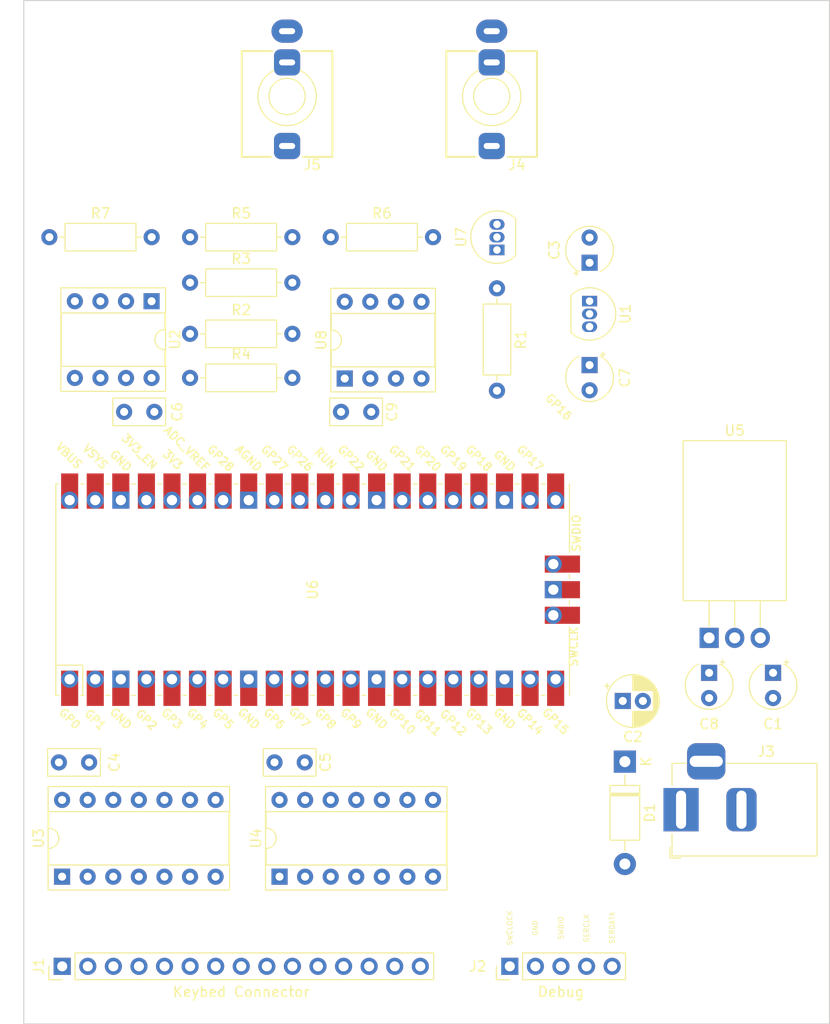
<source format=kicad_pcb>
(kicad_pcb (version 20211014) (generator pcbnew)
  (layers (0 "F.Cu" signal) (31 "B.Cu" signal) (34 "B.Paste" user) (35 "F.Paste" user) (36 "B.SilkS" user "B.Silkscreen") (37 "F.SilkS" user "F.Silkscreen") (38 "B.Mask" user) (39 "F.Mask" user) (44 "Edge.Cuts" user))
  (net 0 "")
  (net 1 "+12V")
  (net 2 "GND")
  (net 3 "+9V")
  (net 4 "+3V3")
  (net 5 "Net-(D1-Pad2)")
  (net 6 "MATRIX_C1")
  (net 7 "MATRIX_C2")
  (net 8 "MATRIX_C3")
  (net 9 "MATRIX_C4")
  (net 10 "MATRIX_C5")
  (net 11 "MATRIX_C6")
  (net 12 "MATRIX_C7")
  (net 13 "MATRIX_C8")
  (net 14 "MATRIX_C9")
  (net 15 "MATRIX_R6")
  (net 16 "MATRIX_R5")
  (net 17 "MATRIX_R4")
  (net 18 "MATRIX_R3")
  (net 19 "MATRIX_R2")
  (net 20 "MATRIX_R1")
  (net 21 "SWCLOCK")
  (net 22 "SWDIO")
  (net 23 "SERCLK")
  (net 24 "SERDATA")
  (net 26 "Net-(J4-PadT)")
  (net 28 "Net-(J5-PadT)")
  (net 30 "Net-(R1-Pad1)")
  (net 31 "Net-(R2-Pad1)")
  (net 32 "Net-(R3-Pad1)")
  (net 33 "Net-(R4-Pad2)")
  (net 34 "Net-(R5-Pad2)")
  (net 35 "Net-(U2-Pad3)")
  (net 36 "Net-(U2-Pad5)")
  (net 37 "Net-(U3-Pad1)")
  (net 38 "Net-(U3-Pad8)")
  (net 54 "Net-(U6-Pad24)")
  (net 56 "Net-(U6-Pad26)")
  (net 57 "Net-(U6-Pad27)")
  (footprint "Royal_Ohm_Resistors:R_Axial_DIN0207_L6.8mm_D2.5mm_P10.16mm_Horizontal" (layer "F.Cu") (at 119.905 71.755)
    (fp_text reference "R2" (at 5.08 -2.37) (layer "F.SilkS"))
    (fp_text value "10K")
    (pad "1" thru_hole circle (at 0 0) (size 1.6 1.6) (drill 0.8) (layers *.Cu *.Mask) (net 31 "Net-(R2-Pad1)"))
    (pad "2" thru_hole oval (at 10.16 0) (size 1.6 1.6) (drill 0.8) (layers *.Cu *.Mask) (net 2 "GND"))
  )
  (footprint "Diode_THT:D_DO-41_SOD81_P10.16mm_Horizontal" (layer "F.Cu") (at 163.085 114.227712 -90)
    (fp_text reference "D1" (at 5.08 -2.47 90) (layer "F.SilkS"))
    (fp_text value "1N5818")
    (fp_text user "K" (at 0 -2.1 90) (layer "F.SilkS"))
    (pad "1" thru_hole rect (at 0 0 270) (size 2.2 2.2) (drill 1.1) (layers *.Cu *.Mask) (net 1 "+12V"))
    (pad "2" thru_hole oval (at 10.16 0 270) (size 2.2 2.2) (drill 1.1) (layers *.Cu *.Mask) (net 5 "Net-(D1-Pad2)"))
  )
  (footprint "Royal_Ohm_Resistors:R_Axial_DIN0207_L6.8mm_D2.5mm_P10.16mm_Horizontal" (layer "F.Cu") (at 119.905 66.675)
    (fp_text reference "R3" (at 5.08 -2.37) (layer "F.SilkS"))
    (fp_text value "10K")
    (pad "1" thru_hole circle (at 0 0) (size 1.6 1.6) (drill 0.8) (layers *.Cu *.Mask) (net 32 "Net-(R3-Pad1)"))
    (pad "2" thru_hole oval (at 10.16 0) (size 1.6 1.6) (drill 0.8) (layers *.Cu *.Mask) (net 2 "GND"))
  )
  (footprint "AudioJacks:Jack_3.5mm_QingPu_WQP-PJ398SM_Vertical" (layer "F.Cu") (at 149.86 48.187712 180)
    (fp_text reference "J4" (at -2.5 -6.8) (layer "F.SilkS"))
    (fp_text value "CV_OUT")
    (pad "S" thru_hole oval locked (at 0 6.48 180) (size 3.1 2.3) (drill oval 1.6 0.6) (layers *.Cu *.Mask) (net 2 "GND"))
    (pad "T" thru_hole roundrect locked (at 0 -4.92 180) (size 2.6 2.6) (drill oval 1.6 0.6) (layers *.Cu *.Mask) (net 26 "Net-(J4-PadT)"))
    (pad "TN" thru_hole roundrect locked (at 0 3.38 180) (size 2.6 2.6) (drill oval 1.6 0.6) (layers *.Cu *.Mask))
  )
  (footprint "Capacitor_THT:CP_Radial_Tantal_D4.5mm_P2.50mm" (layer "F.Cu") (at 159.577952 74.857712 -90)
    (fp_text reference "C7" (at 1.25 -3.5 90) (layer "F.SilkS"))
    (fp_text value "10uF")
    (pad "1" thru_hole rect (at 0 0 270) (size 1.6 1.6) (drill 0.8) (layers *.Cu *.Mask) (net 1 "+12V"))
    (pad "2" thru_hole circle (at 2.5 0 270) (size 1.6 1.6) (drill 0.8) (layers *.Cu *.Mask) (net 2 "GND"))
  )
  (footprint "Royal_Ohm_Resistors:R_Axial_DIN0207_L6.8mm_D2.5mm_P10.16mm_Horizontal" (layer "F.Cu") (at 119.905 76.127712)
    (fp_text reference "R4" (at 5.08 -2.37) (layer "F.SilkS"))
    (fp_text value "10K")
    (pad "1" thru_hole circle (at 0 0) (size 1.6 1.6) (drill 0.8) (layers *.Cu *.Mask) (net 31 "Net-(R2-Pad1)"))
    (pad "2" thru_hole oval (at 10.16 0) (size 1.6 1.6) (drill 0.8) (layers *.Cu *.Mask) (net 33 "Net-(R4-Pad2)"))
  )
  (footprint "Royal_Ohm_Resistors:R_Axial_DIN0207_L6.8mm_D2.5mm_P10.16mm_Horizontal" (layer "F.Cu") (at 150.385 67.237712 -90)
    (fp_text reference "R1" (at 5.08 -2.37 90) (layer "F.SilkS"))
    (fp_text value "100")
    (pad "1" thru_hole circle (at 0 0 270) (size 1.6 1.6) (drill 0.8) (layers *.Cu *.Mask) (net 30 "Net-(R1-Pad1)"))
    (pad "2" thru_hole oval (at 10.16 0 270) (size 1.6 1.6) (drill 0.8) (layers *.Cu *.Mask) (net 4 "+3V3"))
  )
  (footprint "Connector_PinHeader_2.54mm:PinHeader_1x15_P2.54mm_Vertical" (layer "F.Cu") (at 107.21 134.547712 90)
    (fp_text reference "J1" (at 0 -2.33 90) (layer "F.SilkS"))
    (fp_text value "Keybed_Connector")
    (pad "1" thru_hole rect (at 0 0 90) (size 1.7 1.7) (drill 1) (layers *.Cu *.Mask) (net 6 "MATRIX_C1"))
    (pad "2" thru_hole oval (at 0 2.54 90) (size 1.7 1.7) (drill 1) (layers *.Cu *.Mask) (net 7 "MATRIX_C2"))
    (pad "3" thru_hole oval (at 0 5.08 90) (size 1.7 1.7) (drill 1) (layers *.Cu *.Mask) (net 8 "MATRIX_C3"))
    (pad "4" thru_hole oval (at 0 7.62 90) (size 1.7 1.7) (drill 1) (layers *.Cu *.Mask) (net 9 "MATRIX_C4"))
    (pad "5" thru_hole oval (at 0 10.16 90) (size 1.7 1.7) (drill 1) (layers *.Cu *.Mask) (net 10 "MATRIX_C5"))
    (pad "6" thru_hole oval (at 0 12.7 90) (size 1.7 1.7) (drill 1) (layers *.Cu *.Mask) (net 11 "MATRIX_C6"))
    (pad "7" thru_hole oval (at 0 15.24 90) (size 1.7 1.7) (drill 1) (layers *.Cu *.Mask) (net 12 "MATRIX_C7"))
    (pad "8" thru_hole oval (at 0 17.78 90) (size 1.7 1.7) (drill 1) (layers *.Cu *.Mask) (net 13 "MATRIX_C8"))
    (pad "9" thru_hole oval (at 0 20.32 90) (size 1.7 1.7) (drill 1) (layers *.Cu *.Mask) (net 14 "MATRIX_C9"))
    (pad "10" thru_hole oval (at 0 22.86 90) (size 1.7 1.7) (drill 1) (layers *.Cu *.Mask) (net 15 "MATRIX_R6"))
    (pad "11" thru_hole oval (at 0 25.4 90) (size 1.7 1.7) (drill 1) (layers *.Cu *.Mask) (net 16 "MATRIX_R5"))
    (pad "12" thru_hole oval (at 0 27.94 90) (size 1.7 1.7) (drill 1) (layers *.Cu *.Mask) (net 17 "MATRIX_R4"))
    (pad "13" thru_hole oval (at 0 30.48 90) (size 1.7 1.7) (drill 1) (layers *.Cu *.Mask) (net 18 "MATRIX_R3"))
    (pad "14" thru_hole oval (at 0 33.02 90) (size 1.7 1.7) (drill 1) (layers *.Cu *.Mask) (net 19 "MATRIX_R2"))
    (pad "15" thru_hole oval (at 0 35.56 90) (size 1.7 1.7) (drill 1) (layers *.Cu *.Mask) (net 20 "MATRIX_R1"))
  )
  (footprint "Package_DIP:DIP-14_W7.62mm_Socket" (layer "F.Cu") (at 107.2 125.647712 90)
    (fp_text reference "U3" (at 3.81 -2.33 90) (layer "F.SilkS"))
    (fp_text value "74HC164")
    (pad "1" thru_hole rect (at 0 0 90) (size 1.6 1.6) (drill 0.8) (layers *.Cu *.Mask) (net 37 "Net-(U3-Pad1)"))
    (pad "2" thru_hole oval (at 0 2.54 90) (size 1.6 1.6) (drill 0.8) (layers *.Cu *.Mask) (net 4 "+3V3"))
    (pad "3" thru_hole oval (at 0 5.08 90) (size 1.6 1.6) (drill 0.8) (layers *.Cu *.Mask) (net 6 "MATRIX_C1"))
    (pad "4" thru_hole oval (at 0 7.62 90) (size 1.6 1.6) (drill 0.8) (layers *.Cu *.Mask) (net 7 "MATRIX_C2"))
    (pad "5" thru_hole oval (at 0 10.16 90) (size 1.6 1.6) (drill 0.8) (layers *.Cu *.Mask) (net 8 "MATRIX_C3"))
    (pad "6" thru_hole oval (at 0 12.7 90) (size 1.6 1.6) (drill 0.8) (layers *.Cu *.Mask) (net 9 "MATRIX_C4"))
    (pad "7" thru_hole oval (at 0 15.24 90) (size 1.6 1.6) (drill 0.8) (layers *.Cu *.Mask) (net 2 "GND"))
    (pad "8" thru_hole oval (at 7.62 15.24 90) (size 1.6 1.6) (drill 0.8) (layers *.Cu *.Mask) (net 38 "Net-(U3-Pad8)"))
    (pad "9" thru_hole oval (at 7.62 12.7 90) (size 1.6 1.6) (drill 0.8) (layers *.Cu *.Mask) (net 4 "+3V3"))
    (pad "10" thru_hole oval (at 7.62 10.16 90) (size 1.6 1.6) (drill 0.8) (layers *.Cu *.Mask) (net 10 "MATRIX_C5"))
    (pad "11" thru_hole oval (at 7.62 7.62 90) (size 1.6 1.6) (drill 0.8) (layers *.Cu *.Mask) (net 11 "MATRIX_C6"))
    (pad "12" thru_hole oval (at 7.62 5.08 90) (size 1.6 1.6) (drill 0.8) (layers *.Cu *.Mask) (net 12 "MATRIX_C7"))
    (pad "13" thru_hole oval (at 7.62 2.54 90) (size 1.6 1.6) (drill 0.8) (layers *.Cu *.Mask) (net 13 "MATRIX_C8"))
    (pad "14" thru_hole oval (at 7.62 0 90) (size 1.6 1.6) (drill 0.8) (layers *.Cu *.Mask) (net 4 "+3V3"))
  )
  (footprint "Capacitor_THT:CP_Radial_Tantal_D4.5mm_P2.50mm" (layer "F.Cu") (at 177.8 105.41 -90)
    (fp_text reference "C1" (at 5.08 0) (layer "F.SilkS"))
    (fp_text value "0.33uF")
    (pad "1" thru_hole rect (at 0 0 270) (size 1.6 1.6) (drill 0.8) (layers *.Cu *.Mask) (net 1 "+12V"))
    (pad "2" thru_hole circle (at 2.5 0 270) (size 1.6 1.6) (drill 0.8) (layers *.Cu *.Mask) (net 2 "GND"))
  )
  (footprint "Royal_Ohm_Resistors:R_Axial_DIN0207_L6.8mm_D2.5mm_P10.16mm_Horizontal" (layer "F.Cu") (at 119.905 62.157712)
    (fp_text reference "R5" (at 5.08 -2.37) (layer "F.SilkS"))
    (fp_text value "22K")
    (pad "1" thru_hole circle (at 0 0) (size 1.6 1.6) (drill 0.8) (layers *.Cu *.Mask) (net 32 "Net-(R3-Pad1)"))
    (pad "2" thru_hole oval (at 10.16 0) (size 1.6 1.6) (drill 0.8) (layers *.Cu *.Mask) (net 34 "Net-(R5-Pad2)"))
  )
  (footprint "AEC_Capacitors:C_Disc_D5.0mm_W2.5mm_P3.0mm" (layer "F.Cu") (at 137.8712 79.502 180)
    (fp_text reference "C9" (at -2.0828 0 270) (layer "F.SilkS"))
    (fp_text value "0.1uF")
    (pad "1" thru_hole circle (at -0.0268 0 180) (size 1.6 1.6) (drill 0.8) (layers *.Cu *.Mask) (net 2 "GND"))
    (pad "2" thru_hole circle (at 2.9732 0 180) (size 1.6 1.6) (drill 0.8) (layers *.Cu *.Mask) (net 4 "+3V3"))
  )
  (footprint "MCU_RaspberryPi_and_Boards:RPi_Pico_SMD_TH" (layer "F.Cu") (at 132.08 97.155 90)
    (fp_text reference "U6" (at 0 0 90) (layer "F.SilkS"))
    (fp_text value "Pico")
    (fp_text user "GP28" (at 13.054 -9.144 135) (layer "F.SilkS") (effects (font (size 0.8 0.8))))
    (fp_text user "GP11" (at -13.2 11.43 135) (layer "F.SilkS") (effects (font (size 0.8 0.8))))
    (fp_text user "GND" (at 12.8 6.35 135) (layer "F.SilkS") (effects (font (size 0.8 0.8))))
    (fp_text user "GP13" (at -13.054 16.51 135) (layer "F.SilkS") (effects (font (size 0.8 0.8))))
    (fp_text user "VSYS" (at 13.2 -21.59 135) (layer "F.SilkS") (effects (font (size 0.8 0.8))))
    (fp_text user "ADC_VREF" (at 14 -12.5 135) (layer "F.SilkS") (effects (font (size 0.8 0.8))))
    (fp_text user "GP17" (at 13.054 21.59 135) (layer "F.SilkS") (effects (font (size 0.8 0.8))))
    (fp_text user "GP26" (at 13.054 -1.27 135) (layer "F.SilkS") (effects (font (size 0.8 0.8))))
    (fp_text user "GP9" (at -12.8 3.81 135) (layer "F.SilkS") (effects (font (size 0.8 0.8))))
    (fp_text user "3V3_EN" (at 13.7 -17.2 135) (layer "F.SilkS") (effects (font (size 0.8 0.8))))
    (fp_text user "GP21" (at 13.054 8.9 135) (layer "F.SilkS") (effects (font (size 0.8 0.8))))
    (fp_text user "GP7" (at -12.7 -1.3 135) (layer "F.SilkS") (effects (font (size 0.8 0.8))))
    (fp_text user "GP2" (at -12.9 -16.51 135) (layer "F.SilkS") (effects (font (size 0.8 0.8))))
    (fp_text user "GP15" (at -13.054 24.13 135) (layer "F.SilkS") (effects (font (size 0.8 0.8))))
    (fp_text user "GP22" (at 13.054 3.81 135) (layer "F.SilkS") (effects (font (size 0.8 0.8))))
    (fp_text user "SWDIO" (at 5.6 26.2 90) (layer "F.SilkS") (effects (font (size 0.8 0.8))))
    (fp_text user "GND" (at 12.8 -19.05 135) (layer "F.SilkS") (effects (font (size 0.8 0.8))))
    (fp_text user "SWCLK" (at -5.642712 25.925 90) (layer "F.SilkS") (effects (font (size 0.8 0.8))))
    (fp_text user "GND" (at 12.8 19.05 135) (layer "F.SilkS") (effects (font (size 0.8 0.8))))
    (fp_text user "GP20" (at 13.054 11.43 135) (layer "F.SilkS") (effects (font (size 0.8 0.8))))
    (fp_text user "GP5" (at -12.8 -8.89 135) (layer "F.SilkS") (effects (font (size 0.8 0.8))))
    (fp_text user "GP0" (at -12.8 -24.13 135) (layer "F.SilkS") (effects (font (size 0.8 0.8))))
    (fp_text user "GP14" (at -13.1 21.59 135) (layer "F.SilkS") (effects (font (size 0.8 0.8))))
    (fp_text user "GND" (at -12.8 6.35 135) (layer "F.SilkS") (effects (font (size 0.8 0.8))))
    (fp_text user "GND" (at -12.8 -19.05 135) (layer "F.SilkS") (effects (font (size 0.8 0.8))))
    (fp_text user "GND" (at -12.8 19.05 135) (layer "F.SilkS") (effects (font (size 0.8 0.8))))
    (fp_text user "GP8" (at -12.8 1.27 135) (layer "F.SilkS") (effects (font (size 0.8 0.8))))
    (fp_text user "GP3" (at -12.8 -13.97 135) (layer "F.SilkS") (effects (font (size 0.8 0.8))))
    (fp_text user "GP10" (at -13.054 8.89 135) (layer "F.SilkS") (effects (font (size 0.8 0.8))))
    (fp_text user "3V3" (at 12.9 -13.9 135) (layer "F.SilkS") (effects (font (size 0.8 0.8))))
    (fp_text user "GP18" (at 13.054 16.51 135) (layer "F.SilkS") (effects (font (size 0.8 0.8))))
    (fp_text user "GP16" (at 18.134 24.432952 135) (layer "F.SilkS") (effects (font (size 0.8 0.8))))
    (fp_text user "GP12" (at -13.2 13.97 135) (layer "F.SilkS") (effects (font (size 0.8 0.8))))
    (fp_text user "GP1" (at -12.9 -21.6 135) (layer "F.SilkS") (effects (font (size 0.8 0.8))))
    (fp_text user "GND" (at -12.8 -6.35 135) (layer "F.SilkS") (effects (font (size 0.8 0.8))))
    (fp_text user "GP19" (at 13.054 13.97 135) (layer "F.SilkS") (effects (font (size 0.8 0.8))))
    (fp_text user "GP4" (at -12.8 -11.43 135) (layer "F.SilkS") (effects (font (size 0.8 0.8))))
    (fp_text user "GP27" (at 13.054 -3.8 135) (layer "F.SilkS") (effects (font (size 0.8 0.8))))
    (fp_text user "AGND" (at 13.054 -6.35 135) (layer "F.SilkS") (effects (font (size 0.8 0.8))))
    (fp_text user "GP6" (at -12.8 -3.81 135) (layer "F.SilkS") (effects (font (size 0.8 0.8))))
    (fp_text user "VBUS" (at 13.3 -24.2 135) (layer "F.SilkS") (effects (font (size 0.8 0.8))))
    (fp_text user "RUN" (at 13 1.27 135) (layer "F.SilkS") (effects (font (size 0.8 0.8))))
    (pad "" np_thru_hole oval (at -2.725 -24 90) (size 1.8 1.8) (drill 1.8) (layers *.Cu *.Mask))
    (pad "" np_thru_hole oval (at 2.725 -24 90) (size 1.8 1.8) (drill 1.8) (layers *.Cu *.Mask))
    (pad "" np_thru_hole oval (at -2.425 -20.97 90) (size 1.5 1.5) (drill 1.5) (layers *.Cu *.Mask))
    (pad "" np_thru_hole oval (at 2.425 -20.97 90) (size 1.5 1.5) (drill 1.5) (layers *.Cu *.Mask))
    (pad "1" smd rect (at -8.89 -24.13 90) (size 3.5 1.7) (drill (offset -0.9 0)) (layers "F.Cu" "F.Mask") (net 24 "SERDATA"))
    (pad "1" thru_hole oval (at -8.89 -24.13 90) (size 1.7 1.7) (drill 1.02) (layers *.Cu *.Mask) (net 24 "SERDATA"))
    (pad "2" smd rect (at -8.89 -21.59 90) (size 3.5 1.7) (drill (offset -0.9 0)) (layers "F.Cu" "F.Mask") (net 23 "SERCLK"))
    (pad "2" thru_hole oval (at -8.89 -21.59 90) (size 1.7 1.7) (drill 1.02) (layers *.Cu *.Mask) (net 23 "SERCLK"))
    (pad "3" smd rect (at -8.89 -19.05 90) (size 3.5 1.7) (drill (offset -0.9 0)) (layers "F.Cu" "F.Mask") (net 2 "GND"))
    (pad "3" thru_hole rect (at -8.89 -19.05 90) (size 1.7 1.7) (drill 1.02) (layers *.Cu *.Mask) (net 2 "GND"))
    (pad "4" thru_hole oval (at -8.89 -16.51 90) (size 1.7 1.7) (drill 1.02) (layers *.Cu *.Mask))
    (pad "4" smd rect (at -8.89 -16.51 90) (size 3.5 1.7) (drill (offset -0.9 0)) (layers "F.Cu" "F.Mask"))
    (pad "5" thru_hole oval (at -8.89 -13.97 90) (size 1.7 1.7) (drill 1.02) (layers *.Cu *.Mask))
    (pad "5" smd rect (at -8.89 -13.97 90) (size 3.5 1.7) (drill (offset -0.9 0)) (layers "F.Cu" "F.Mask"))
    (pad "6" thru_hole oval (at -8.89 -11.43 90) (size 1.7 1.7) (drill 1.02) (layers *.Cu *.Mask))
    (pad "6" smd rect (at -8.89 -11.43 90) (size 3.5 1.7) (drill (offset -0.9 0)) (layers "F.Cu" "F.Mask"))
    (pad "7" thru_hole oval (at -8.89 -8.89 90) (size 1.7 1.7) (drill 1.02) (layers *.Cu *.Mask))
    (pad "7" smd rect (at -8.89 -8.89 90) (size 3.5 1.7) (drill (offset -0.9 0)) (layers "F.Cu" "F.Mask"))
    (pad "8" thru_hole rect (at -8.89 -6.35 90) (size 1.7 1.7) (drill 1.02) (layers *.Cu *.Mask) (net 2 "GND"))
    (pad "8" smd rect (at -8.89 -6.35 90) (size 3.5 1.7) (drill (offset -0.9 0)) (layers "F.Cu" "F.Mask") (net 2 "GND"))
    (pad "9" thru_hole oval (at -8.89 -3.81 90) (size 1.7 1.7) (drill 1.02) (layers *.Cu *.Mask) (net 38 "Net-(U3-Pad8)"))
    (pad "9" smd rect (at -8.89 -3.81 90) (size 3.5 1.7) (drill (offset -0.9 0)) (layers "F.Cu" "F.Mask") (net 38 "Net-(U3-Pad8)"))
    (pad "10" smd rect (at -8.89 -1.27 90) (size 3.5 1.7) (drill (offset -0.9 0)) (layers "F.Cu" "F.Mask") (net 37 "Net-(U3-Pad1)"))
    (pad "10" thru_hole oval (at -8.89 -1.27 90) (size 1.7 1.7) (drill 1.02) (layers *.Cu *.Mask) (net 37 "Net-(U3-Pad1)"))
    (pad "11" smd rect (at -8.89 1.27 90) (size 3.5 1.7) (drill (offset -0.9 0)) (layers "F.Cu" "F.Mask"))
    (pad "11" thru_hole oval (at -8.89 1.27 90) (size 1.7 1.7) (drill 1.02) (layers *.Cu *.Mask))
    (pad "12" thru_hole oval (at -8.89 3.81 90) (size 1.7 1.7) (drill 1.02) (layers *.Cu *.Mask))
    (pad "12" smd rect (at -8.89 3.81 90) (size 3.5 1.7) (drill (offset -0.9 0)) (layers "F.Cu" "F.Mask"))
    (pad "13" smd rect (at -8.89 6.35 90) (size 3.5 1.7) (drill (offset -0.9 0)) (layers "F.Cu" "F.Mask") (net 2 "GND"))
    (pad "13" thru_hole rect (at -8.89 6.35 90) (size 1.7 1.7) (drill 1.02) (layers *.Cu *.Mask) (net 2 "GND"))
    (pad "14" smd rect (at -8.89 8.89 90) (size 3.5 1.7) (drill (offset -0.9 0)) (layers "F.Cu" "F.Mask") (net 15 "MATRIX_R6"))
    (pad "14" thru_hole oval (at -8.89 8.89 90) (size 1.7 1.7) (drill 1.02) (layers *.Cu *.Mask) (net 15 "MATRIX_R6"))
    (pad "15" smd rect (at -8.89 11.43 90) (size 3.5 1.7) (drill (offset -0.9 0)) (layers "F.Cu" "F.Mask") (net 16 "MATRIX_R5"))
    (pad "15" thru_hole oval (at -8.89 11.43 90) (size 1.7 1.7) (drill 1.02) (layers *.Cu *.Mask) (net 16 "MATRIX_R5"))
    (pad "16" smd rect (at -8.89 13.97 90) (size 3.5 1.7) (drill (offset -0.9 0)) (layers "F.Cu" "F.Mask") (net 17 "MATRIX_R4"))
    (pad "16" thru_hole oval (at -8.89 13.97 90) (size 1.7 1.7) (drill 1.02) (layers *.Cu *.Mask) (net 17 "MATRIX_R4"))
    (pad "17" thru_hole oval (at -8.89 16.51 90) (size 1.7 1.7) (drill 1.02) (layers *.Cu *.Mask) (net 18 "MATRIX_R3"))
    (pad "17" smd rect (at -8.89 16.51 90) (size 3.5 1.7) (drill (offset -0.9 0)) (layers "F.Cu" "F.Mask") (net 18 "MATRIX_R3"))
    (pad "18" smd rect (at -8.89 19.05 90) (size 3.5 1.7) (drill (offset -0.9 0)) (layers "F.Cu" "F.Mask") (net 2 "GND"))
    (pad "18" thru_hole rect (at -8.89 19.05 90) (size 1.7 1.7) (drill 1.02) (layers *.Cu *.Mask) (net 2 "GND"))
    (pad "19" thru_hole oval (at -8.89 21.59 90) (size 1.7 1.7) (drill 1.02) (layers *.Cu *.Mask) (net 19 "MATRIX_R2"))
    (pad "19" smd rect (at -8.89 21.59 90) (size 3.5 1.7) (drill (offset -0.9 0)) (layers "F.Cu" "F.Mask") (net 19 "MATRIX_R2"))
    (pad "20" smd rect (at -8.89 24.13 90) (size 3.5 1.7) (drill (offset -0.9 0)) (layers "F.Cu" "F.Mask") (net 20 "MATRIX_R1"))
    (pad "20" thru_hole oval (at -8.89 24.13 90) (size 1.7 1.7) (drill 1.02) (layers *.Cu *.Mask) (net 20 "MATRIX_R1"))
    (pad "21" thru_hole oval (at 8.89 24.13 90) (size 1.7 1.7) (drill 1.02) (layers *.Cu *.Mask))
    (pad "21" smd rect (at 8.89 24.13 90) (size 3.5 1.7) (drill (offset 0.9 0)) (layers "F.Cu" "F.Mask"))
    (pad "22" thru_hole oval (at 8.89 21.59 90) (size 1.7 1.7) (drill 1.02) (layers *.Cu *.Mask))
    (pad "22" smd rect (at 8.89 21.59 90) (size 3.5 1.7) (drill (offset 0.9 0)) (layers "F.Cu" "F.Mask"))
    (pad "23" thru_hole rect (at 8.89 19.05 90) (size 1.7 1.7) (drill 1.02) (layers *.Cu *.Mask) (net 2 "GND"))
    (pad "23" smd rect (at 8.89 19.05 90) (size 3.5 1.7) (drill (offset 0.9 0)) (layers "F.Cu" "F.Mask") (net 2 "GND"))
    (pad "24" smd rect (at 8.89 16.51 90) (size 3.5 1.7) (drill (offset 0.9 0)) (layers "F.Cu" "F.Mask") (net 54 "Net-(U6-Pad24)"))
    (pad "24" thru_hole oval (at 8.89 16.51 90) (size 1.7 1.7) (drill 1.02) (layers *.Cu *.Mask) (net 54 "Net-(U6-Pad24)"))
    (pad "25" smd rect (at 8.89 13.97 90) (size 3.5 1.7) (drill (offset 0.9 0)) (layers "F.Cu" "F.Mask"))
    (pad "25" thru_hole oval (at 8.89 13.97 90) (size 1.7 1.7) (drill 1.02) (layers *.Cu *.Mask))
    (pad "26" thru_hole oval (at 8.89 11.43 90) (size 1.7 1.7) (drill 1.02) (layers *.Cu *.Mask) (net 56 "Net-(U6-Pad26)"))
    (pad "26" smd rect (at 8.89 11.43 90) (size 3.5 1.7) (drill (offset 0.9 0)) (layers "F.Cu" "F.Mask") (net 56 "Net-(U6-Pad26)"))
    (pad "27" smd rect (at 8.89 8.89 90) (size 3.5 1.7) (drill (offset 0.9 0)) (layers "F.Cu" "F.Mask") (net 57 "Net-(U6-Pad27)"))
    (pad "27" thru_hole oval (at 8.89 8.89 90) (size 1.7 1.7) (drill 1.02) (layers *.Cu *.Mask) (net 57 "Net-(U6-Pad27)"))
    (pad "28" smd rect (at 8.89 6.35 90) (size 3.5 1.7) (drill (offset 0.9 0)) (layers "F.Cu" "F.Mask") (net 2 "GND"))
    (pad "28" thru_hole rect (at 8.89 6.35 90) (size 1.7 1.7) (drill 1.02) (layers *.Cu *.Mask) (net 2 "GND"))
    (pad "29" smd rect (at 8.89 3.81 90) (size 3.5 1.7) (drill (offset 0.9 0)) (layers "F.Cu" "F.Mask"))
    (pad "29" thru_hole oval (at 8.89 3.81 90) (size 1.7 1.7) (drill 1.02) (layers *.Cu *.Mask))
    (pad "30" smd rect (at 8.89 1.27 90) (size 3.5 1.7) (drill (offset 0.9 0)) (layers "F.Cu" "F.Mask"))
    (pad "30" thru_hole oval (at 8.89 1.27 90) (size 1.7 1.7) (drill 1.02) (layers *.Cu *.Mask))
    (pad "31" smd rect (at 8.89 -1.27 90) (size 3.5 1.7) (drill (offset 0.9 0)) (layers "F.Cu" "F.Mask"))
    (pad "31" thru_hole oval (at 8.89 -1.27 90) (size 1.7 1.7) (drill 1.02) (layers *.Cu *.Mask))
    (pad "32" thru_hole oval (at 8.89 -3.81 90) (size 1.7 1.7) (drill 1.02) (layers *.Cu *.Mask))
    (pad "32" smd rect (at 8.89 -3.81 90) (size 3.5 1.7) (drill (offset 0.9 0)) (layers "F.Cu" "F.Mask"))
    (pad "33" thru_hole rect (at 8.89 -6.35 90) (size 1.7 1.7) (drill 1.02) (layers *.Cu *.Mask) (net 2 "GND"))
    (pad "33" smd rect (at 8.89 -6.35 90) (size 3.5 1.7) (drill (offset 0.9 0)) (layers "F.Cu" "F.Mask") (net 2 "GND"))
    (pad "34" thru_hole oval (at 8.89 -8.89 90) (size 1.7 1.7) (drill 1.02) (layers *.Cu *.Mask) (net 36 "Net-(U2-Pad5)"))
    (pad "34" smd rect (at 8.89 -8.89 90) (size 3.5 1.7) (drill (offset 0.9 0)) (layers "F.Cu" "F.Mask") (net 36 "Net-(U2-Pad5)"))
    (pad "35" smd rect (at 8.89 -11.43 90) (size 3.5 1.7) (drill (offset 0.9 0)) (layers "F.Cu" "F.Mask"))
    (pad "35" thru_hole oval (at 8.89 -11.43 90) (size 1.7 1.7) (drill 1.02) (layers *.Cu *.Mask))
    (pad "36" thru_hole oval (at 8.89 -13.97 90) (size 1.7 1.7) (drill 1.02) (layers *.Cu *.Mask))
    (pad "36" smd rect (at 8.89 -13.97 90) (size 3.5 1.7) (drill (offset 0.9 0)) (layers "F.Cu" "F.Mask"))
    (pad "37" smd rect (at 8.89 -16.51 90) (size 3.5 1.7) (drill (offset 0.9 0)) (layers "F.Cu" "F.Mask"))
    (pad "37" thru_hole oval (at 8.89 -16.51 90) (size 1.7 1.7) (drill 1.02) (layers *.Cu *.Mask))
    (pad "38" thru_hole rect (at 8.89 -19.05 90) (size 1.7 1.7) (drill 1.02) (layers *.Cu *.Mask) (net 2 "GND"))
    (pad "38" smd rect (at 8.89 -19.05 90) (size 3.5 1.7) (drill (offset 0.9 0)) (layers "F.Cu" "F.Mask") (net 2 "GND"))
    (pad "39" thru_hole oval (at 8.89 -21.59 90) (size 1.7 1.7) (drill 1.02) (layers *.Cu *.Mask) (net 4 "+3V3"))
    (pad "39" smd rect (at 8.89 -21.59 90) (size 3.5 1.7) (drill (offset 0.9 0)) (layers "F.Cu" "F.Mask") (net 4 "+3V3"))
    (pad "40" thru_hole oval (at 8.89 -24.13 90) (size 1.7 1.7) (drill 1.02) (layers *.Cu *.Mask))
    (pad "40" smd rect (at 8.89 -24.13 90) (size 3.5 1.7) (drill (offset 0.9 0)) (layers "F.Cu" "F.Mask"))
    (pad "41" thru_hole oval (at -2.54 23.9 90) (size 1.7 1.7) (drill 1.02) (layers *.Cu *.Mask) (net 21 "SWCLOCK"))
    (pad "41" smd rect (at -2.54 23.9 180) (size 3.5 1.7) (drill (offset -0.9 0)) (layers "F.Cu" "F.Mask") (net 21 "SWCLOCK"))
    (pad "42" thru_hole rect (at 0 23.9 90) (size 1.7 1.7) (drill 1.02) (layers *.Cu *.Mask) (net 2 "GND"))
    (pad "42" smd rect (at 0 23.9 180) (size 3.5 1.7) (drill (offset -0.9 0)) (layers "F.Cu" "F.Mask") (net 2 "GND"))
    (pad "43" smd rect (at 2.54 23.9 180) (size 3.5 1.7) (drill (offset -0.9 0)) (layers "F.Cu" "F.Mask") (net 22 "SWDIO"))
    (pad "43" thru_hole oval (at 2.54 23.9 90) (size 1.7 1.7) (drill 1.02) (layers *.Cu *.Mask) (net 22 "SWDIO"))
  )
  (footprint "AEC_Capacitors:C_Disc_D5.0mm_W2.5mm_P3.0mm" (layer "F.Cu") (at 109.855 114.3 180)
    (fp_text reference "C4" (at -2.54 0 270) (layer "F.SilkS"))
    (fp_text value "0.1uF")
    (pad "1" thru_hole circle (at -0.0268 0 180) (size 1.6 1.6) (drill 0.8) (layers *.Cu *.Mask) (net 2 "GND"))
    (pad "2" thru_hole circle (at 2.9732 0 180) (size 1.6 1.6) (drill 0.8) (layers *.Cu *.Mask) (net 4 "+3V3"))
  )
  (footprint "Package_DIP:DIP-8_W7.62mm_Socket" (layer "F.Cu") (at 135.265 76.19 90)
    (fp_text reference "U8" (at 3.81 -2.33 90) (layer "F.SilkS"))
    (fp_text value "MCP4921")
    (pad "1" thru_hole rect (at 0 0 90) (size 1.6 1.6) (drill 0.8) (layers *.Cu *.Mask) (net 4 "+3V3"))
    (pad "2" thru_hole oval (at 0 2.54 90) (size 1.6 1.6) (drill 0.8) (layers *.Cu *.Mask) (net 54 "Net-(U6-Pad24)"))
    (pad "3" thru_hole oval (at 0 5.08 90) (size 1.6 1.6) (drill 0.8) (layers *.Cu *.Mask) (net 57 "Net-(U6-Pad27)"))
    (pad "4" thru_hole oval (at 0 7.62 90) (size 1.6 1.6) (drill 0.8) (layers *.Cu *.Mask) (net 56 "Net-(U6-Pad26)"))
    (pad "5" thru_hole oval (at 7.62 7.62 90) (size 1.6 1.6) (drill 0.8) (layers *.Cu *.Mask) (net 2 "GND"))
    (pad "6" thru_hole oval (at 7.62 5.08 90) (size 1.6 1.6) (drill 0.8) (layers *.Cu *.Mask) (net 30 "Net-(R1-Pad1)"))
    (pad "7" thru_hole oval (at 7.62 2.54 90) (size 1.6 1.6) (drill 0.8) (layers *.Cu *.Mask) (net 2 "GND"))
    (pad "8" thru_hole oval (at 7.62 0 90) (size 1.6 1.6) (drill 0.8) (layers *.Cu *.Mask) (net 35 "Net-(U2-Pad3)"))
  )
  (footprint "AEC_Capacitors:C_Disc_D5.0mm_W2.5mm_P3.0mm" (layer "F.Cu") (at 128.3208 114.3)
    (fp_text reference "C5" (at 5.0292 0 90) (layer "F.SilkS"))
    (fp_text value "0.1uF")
    (pad "1" thru_hole circle (at -0.0268 0) (size 1.6 1.6) (drill 0.8) (layers *.Cu *.Mask) (net 2 "GND"))
    (pad "2" thru_hole circle (at 2.9732 0) (size 1.6 1.6) (drill 0.8) (layers *.Cu *.Mask) (net 4 "+3V3"))
  )
  (footprint "Package_DIP:DIP-8_W7.62mm_Socket" (layer "F.Cu") (at 116.085 68.517712 -90)
    (fp_text reference "U2" (at 3.81 -2.33 90) (layer "F.SilkS"))
    (fp_text value "LM358")
    (pad "1" thru_hole rect (at 0 0 270) (size 1.6 1.6) (drill 0.8) (layers *.Cu *.Mask) (net 34 "Net-(R5-Pad2)"))
    (pad "2" thru_hole oval (at 0 2.54 270) (size 1.6 1.6) (drill 0.8) (layers *.Cu *.Mask) (net 32 "Net-(R3-Pad1)"))
    (pad "3" thru_hole oval (at 0 5.08 270) (size 1.6 1.6) (drill 0.8) (layers *.Cu *.Mask) (net 35 "Net-(U2-Pad3)"))
    (pad "4" thru_hole oval (at 0 7.62 270) (size 1.6 1.6) (drill 0.8) (layers *.Cu *.Mask) (net 2 "GND"))
    (pad "5" thru_hole oval (at 7.62 7.62 270) (size 1.6 1.6) (drill 0.8) (layers *.Cu *.Mask) (net 36 "Net-(U2-Pad5)"))
    (pad "6" thru_hole oval (at 7.62 5.08 270) (size 1.6 1.6) (drill 0.8) (layers *.Cu *.Mask) (net 31 "Net-(R2-Pad1)"))
    (pad "7" thru_hole oval (at 7.62 2.54 270) (size 1.6 1.6) (drill 0.8) (layers *.Cu *.Mask) (net 33 "Net-(R4-Pad2)"))
    (pad "8" thru_hole oval (at 7.62 0 270) (size 1.6 1.6) (drill 0.8) (layers *.Cu *.Mask) (net 3 "+9V"))
  )
  (footprint "Capacitor_THT:CP_Radial_Tantal_D4.5mm_P2.50mm" (layer "F.Cu") (at 171.45 105.41 -90)
    (fp_text reference "C8" (at 5.08 0) (layer "F.SilkS"))
    (fp_text value "100uF")
    (pad "1" thru_hole rect (at 0 0 270) (size 1.6 1.6) (drill 0.8) (layers *.Cu *.Mask) (net 4 "+3V3"))
    (pad "2" thru_hole circle (at 2.5 0 270) (size 1.6 1.6) (drill 0.8) (layers *.Cu *.Mask) (net 2 "GND"))
  )
  (footprint "Connector_PinHeader_2.54mm:PinHeader_1x05_P2.54mm_Vertical" (layer "F.Cu") (at 151.66 134.547712 90)
    (fp_text reference "J2" (at 0 -3.18) (layer "F.SilkS"))
    (fp_text value "Debug_Pins")
    (pad "1" thru_hole rect (at 0 0 90) (size 1.7 1.7) (drill 1) (layers *.Cu *.Mask) (net 21 "SWCLOCK"))
    (pad "2" thru_hole oval (at 0 2.54 90) (size 1.7 1.7) (drill 1) (layers *.Cu *.Mask) (net 2 "GND"))
    (pad "3" thru_hole oval (at 0 5.08 90) (size 1.7 1.7) (drill 1) (layers *.Cu *.Mask) (net 22 "SWDIO"))
    (pad "4" thru_hole oval (at 0 7.62 90) (size 1.7 1.7) (drill 1) (layers *.Cu *.Mask) (net 23 "SERCLK"))
    (pad "5" thru_hole oval (at 0 10.16 90) (size 1.7 1.7) (drill 1) (layers *.Cu *.Mask) (net 24 "SERDATA"))
  )
  (footprint "Royal_Ohm_Resistors:R_Axial_DIN0207_L6.8mm_D2.5mm_P10.16mm_Horizontal" (layer "F.Cu") (at 133.875 62.157712)
    (fp_text reference "R6" (at 5.08 -2.37) (layer "F.SilkS"))
    (fp_text value "1K")
    (pad "1" thru_hole circle (at 0 0) (size 1.6 1.6) (drill 0.8) (layers *.Cu *.Mask) (net 34 "Net-(R5-Pad2)"))
    (pad "2" thru_hole oval (at 10.16 0) (size 1.6 1.6) (drill 0.8) (layers *.Cu *.Mask) (net 26 "Net-(J4-PadT)"))
  )
  (footprint "Package_TO_SOT_THT:TO-92_Inline" (layer "F.Cu") (at 150.385 63.427712 90)
    (fp_text reference "U7" (at 1.27 -3.56 90) (layer "F.SilkS"))
    (fp_text value "TL431LP")
    (pad "1" thru_hole rect (at 0 0 90) (size 1.05 1.5) (drill 0.75) (layers *.Cu *.Mask) (net 30 "Net-(R1-Pad1)"))
    (pad "2" thru_hole oval (at 1.27 0 90) (size 1.05 1.5) (drill 0.75) (layers *.Cu *.Mask) (net 2 "GND"))
    (pad "3" thru_hole oval (at 2.54 0 90) (size 1.05 1.5) (drill 0.75) (layers *.Cu *.Mask) (net 30 "Net-(R1-Pad1)"))
  )
  (footprint "Package_TO_SOT_THT:TO-220-3_Horizontal_TabDown" (layer "F.Cu") (at 171.45 101.94)
    (fp_text reference "U5" (at 2.54 -20.58) (layer "F.SilkS"))
    (fp_text value "LM1117-3.3")
    (pad "" np_thru_hole oval (at 2.54 -16.66) (size 3.5 3.5) (drill 3.5) (layers *.Cu *.Mask))
    (pad "1" thru_hole rect (at 0 0) (size 1.905 2) (drill 1.1) (layers *.Cu *.Mask) (net 2 "GND"))
    (pad "2" thru_hole oval (at 2.54 0) (size 1.905 2) (drill 1.1) (layers *.Cu *.Mask) (net 4 "+3V3"))
    (pad "3" thru_hole oval (at 5.08 0) (size 1.905 2) (drill 1.1) (layers *.Cu *.Mask) (net 1 "+12V"))
  )
  (footprint "Capacitor_THT:CP_Radial_D5.0mm_P2.00mm" (layer "F.Cu") (at 162.874888 108.204)
    (fp_text reference "C2" (at 1.016 3.556) (layer "F.SilkS"))
    (fp_text value "47uF")
    (pad "1" thru_hole rect (at 0 0) (size 1.6 1.6) (drill 0.8) (layers *.Cu *.Mask) (net 1 "+12V"))
    (pad "2" thru_hole circle (at 2 0) (size 1.6 1.6) (drill 0.8) (layers *.Cu *.Mask) (net 2 "GND"))
  )
  (footprint "Package_DIP:DIP-14_W7.62mm_Socket" (layer "F.Cu") (at 128.79 125.647712 90)
    (fp_text reference "U4" (at 3.81 -2.33 90) (layer "F.SilkS"))
    (fp_text value "74HC164")
    (pad "1" thru_hole rect (at 0 0 90) (size 1.6 1.6) (drill 0.8) (layers *.Cu *.Mask) (net 13 "MATRIX_C8"))
    (pad "2" thru_hole oval (at 0 2.54 90) (size 1.6 1.6) (drill 0.8) (layers *.Cu *.Mask) (net 4 "+3V3"))
    (pad "3" thru_hole oval (at 0 5.08 90) (size 1.6 1.6) (drill 0.8) (layers *.Cu *.Mask) (net 14 "MATRIX_C9"))
    (pad "4" thru_hole oval (at 0 7.62 90) (size 1.6 1.6) (drill 0.8) (layers *.Cu *.Mask))
    (pad "5" thru_hole oval (at 0 10.16 90) (size 1.6 1.6) (drill 0.8) (layers *.Cu *.Mask))
    (pad "6" thru_hole oval (at 0 12.7 90) (size 1.6 1.6) (drill 0.8) (layers *.Cu *.Mask))
    (pad "7" thru_hole oval (at 0 15.24 90) (size 1.6 1.6) (drill 0.8) (layers *.Cu *.Mask) (net 2 "GND"))
    (pad "8" thru_hole oval (at 7.62 15.24 90) (size 1.6 1.6) (drill 0.8) (layers *.Cu *.Mask) (net 38 "Net-(U3-Pad8)"))
    (pad "9" thru_hole oval (at 7.62 12.7 90) (size 1.6 1.6) (drill 0.8) (layers *.Cu *.Mask) (net 4 "+3V3"))
    (pad "10" thru_hole oval (at 7.62 10.16 90) (size 1.6 1.6) (drill 0.8) (layers *.Cu *.Mask))
    (pad "11" thru_hole oval (at 7.62 7.62 90) (size 1.6 1.6) (drill 0.8) (layers *.Cu *.Mask))
    (pad "12" thru_hole oval (at 7.62 5.08 90) (size 1.6 1.6) (drill 0.8) (layers *.Cu *.Mask))
    (pad "13" thru_hole oval (at 7.62 2.54 90) (size 1.6 1.6) (drill 0.8) (layers *.Cu *.Mask))
    (pad "14" thru_hole oval (at 7.62 0 90) (size 1.6 1.6) (drill 0.8) (layers *.Cu *.Mask) (net 4 "+3V3"))
  )
  (footprint "WEALTH_METAL_Barrel_Jacks:BarrelJack_Horizontal_2.1mm_WEALTH_METAL" (layer "F.Cu") (at 168.665 118.995212 180)
    (fp_text reference "J3" (at -8.45 5.75) (layer "F.SilkS"))
    (fp_text value "Barrel_Jack_Switch")
    (pad "1" thru_hole rect (at 0 0 180) (size 3.5 4.3) (drill oval 1 3.8) (layers *.Cu *.Mask) (net 5 "Net-(D1-Pad2)"))
    (pad "2" thru_hole roundrect (at -6 0 180) (size 3 4.3) (drill oval 1 3.8) (layers *.Cu *.Mask) (net 2 "GND"))
    (pad "3" thru_hole roundrect (at -2.5 4.8 180) (size 3.8 3.6) (drill oval 3.3 1.1) (layers *.Cu *.Mask))
  )
  (footprint "AEC_Capacitors:C_Disc_D5.0mm_W2.5mm_P3.0mm" (layer "F.Cu") (at 116.332 79.502 180)
    (fp_text reference "C6" (at -2.286 0 -90) (layer "F.SilkS"))
    (fp_text value "0.1uF")
    (pad "1" thru_hole circle (at -0.0268 0 180) (size 1.6 1.6) (drill 0.8) (layers *.Cu *.Mask) (net 3 "+9V"))
    (pad "2" thru_hole circle (at 2.9732 0 180) (size 1.6 1.6) (drill 0.8) (layers *.Cu *.Mask) (net 2 "GND"))
  )
  (footprint "Capacitor_THT:CP_Radial_Tantal_D4.5mm_P2.50mm" (layer "F.Cu") (at 159.577952 64.697712 90)
    (fp_text reference "C3" (at 1.25 -3.5 90) (layer "F.SilkS"))
    (fp_text value "0.1uF")
    (pad "1" thru_hole rect (at 0 0 90) (size 1.6 1.6) (drill 0.8) (layers *.Cu *.Mask) (net 3 "+9V"))
    (pad "2" thru_hole circle (at 2.5 0 90) (size 1.6 1.6) (drill 0.8) (layers *.Cu *.Mask) (net 2 "GND"))
  )
  (footprint "AudioJacks:Jack_3.5mm_QingPu_WQP-PJ398SM_Vertical" (layer "F.Cu") (at 129.54 48.187712 180)
    (fp_text reference "J5" (at -2.5 -6.8) (layer "F.SilkS"))
    (fp_text value "GATE_OUT")
    (pad "S" thru_hole oval locked (at 0 6.48 180) (size 3.1 2.3) (drill oval 1.6 0.6) (layers *.Cu *.Mask) (net 2 "GND"))
    (pad "T" thru_hole roundrect locked (at 0 -4.92 180) (size 2.6 2.6) (drill oval 1.6 0.6) (layers *.Cu *.Mask) (net 28 "Net-(J5-PadT)"))
    (pad "TN" thru_hole roundrect locked (at 0 3.38 180) (size 2.6 2.6) (drill oval 1.6 0.6) (layers *.Cu *.Mask))
  )
  (footprint "Royal_Ohm_Resistors:R_Axial_DIN0207_L6.8mm_D2.5mm_P10.16mm_Horizontal" (layer "F.Cu") (at 105.935 62.157712)
    (fp_text reference "R7" (at 5.08 -2.37) (layer "F.SilkS"))
    (fp_text value "1K")
    (pad "1" thru_hole circle (at 0 0) (size 1.6 1.6) (drill 0.8) (layers *.Cu *.Mask) (net 33 "Net-(R4-Pad2)"))
    (pad "2" thru_hole oval (at 10.16 0) (size 1.6 1.6) (drill 0.8) (layers *.Cu *.Mask) (net 28 "Net-(J5-PadT)"))
  )
  (footprint "Package_TO_SOT_THT:TO-92_Inline" (layer "F.Cu") (at 159.577952 68.507712 -90)
    (fp_text reference "U1" (at 1.27 -3.56 90) (layer "F.SilkS"))
    (fp_text value "L78L09_TO92")
    (pad "1" thru_hole rect (at 0 0 270) (size 1.05 1.5) (drill 0.75) (layers *.Cu *.Mask) (net 3 "+9V"))
    (pad "2" thru_hole oval (at 1.27 0 270) (size 1.05 1.5) (drill 0.75) (layers *.Cu *.Mask) (net 2 "GND"))
    (pad "3" thru_hole oval (at 2.54 0 270) (size 1.05 1.5) (drill 0.75) (layers *.Cu *.Mask) (net 1 "+12V"))
  )
  (gr_rect (start 103.395 38.662712) (end 183.405 140.262712) (layer "Edge.Cuts") (width 0.1) (fill none))
  (gr_text "SWDIO" (at 156.735 130.737712 90) (layer "F.SilkS") (effects (font (size 0.5 0.5) (thickness 0.075))))
  (gr_text "SERCLK" (at 159.275 130.737712 90) (layer "F.SilkS") (effects (font (size 0.5 0.5) (thickness 0.075))))
  (gr_text "Keybed Connector" (at 124.985 137.087712) (layer "F.SilkS") (effects (font (size 1 1))))
  (gr_text "SERDATA" (at 161.815 130.737712 90) (layer "F.SilkS") (effects (font (size 0.5 0.5) (thickness 0.075))))
  (gr_text "GND" (at 154.195 130.737712 90) (layer "F.SilkS") (effects (font (size 0.5 0.5) (thickness 0.075))))
  (gr_text "Debug" (at 156.735 137.087712) (layer "F.SilkS") (effects (font (size 1 1))))
  (gr_text "SWCLOCK" (at 151.655 130.737712 90) (layer "F.SilkS") (effects (font (size 0.5 0.5) (thickness 0.075))))
)
</source>
